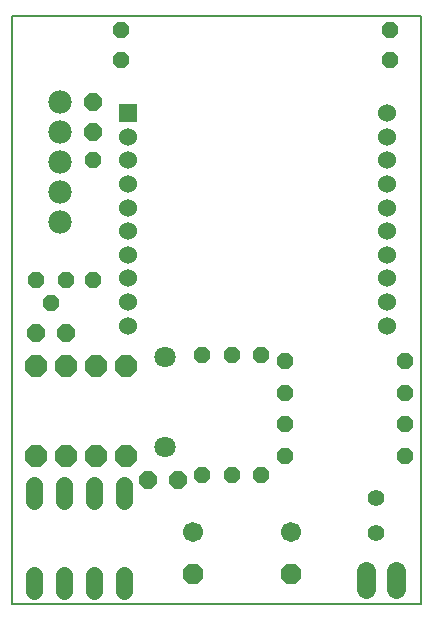
<source format=gbs>
G75*
%MOIN*%
%OFA0B0*%
%FSLAX24Y24*%
%IPPOS*%
%LPD*%
%AMOC8*
5,1,8,0,0,1.08239X$1,22.5*
%
%ADD10C,0.0080*%
%ADD11C,0.0600*%
%ADD12R,0.0600X0.0600*%
%ADD13C,0.0780*%
%ADD14OC8,0.0720*%
%ADD15OC8,0.0600*%
%ADD16OC8,0.0560*%
%ADD17C,0.0640*%
%ADD18C,0.0555*%
%ADD19C,0.0709*%
%ADD20OC8,0.0670*%
%ADD21C,0.0670*%
%ADD22C,0.0560*%
D10*
X002979Y000787D02*
X002979Y020387D01*
X016629Y020387D01*
X016629Y000787D01*
X002979Y000787D01*
D11*
X006848Y010066D03*
X006848Y010854D03*
X006848Y011641D03*
X006848Y012428D03*
X006848Y013216D03*
X006848Y014003D03*
X006848Y014791D03*
X006848Y015578D03*
X006848Y016365D03*
X015510Y016365D03*
X015510Y017153D03*
X015510Y015578D03*
X015510Y014791D03*
X015510Y014003D03*
X015510Y013216D03*
X015510Y012428D03*
X015510Y011641D03*
X015510Y010854D03*
X015510Y010066D03*
D12*
X006848Y017153D03*
D13*
X004579Y017537D03*
X004579Y016537D03*
X004579Y015537D03*
X004579Y014537D03*
X004579Y013537D03*
D14*
X004779Y008737D03*
X003779Y008737D03*
X005779Y008737D03*
X006779Y008737D03*
X006779Y005737D03*
X005779Y005737D03*
X004779Y005737D03*
X003779Y005737D03*
D15*
X003779Y009837D03*
X004779Y009837D03*
X007529Y004937D03*
X008529Y004937D03*
X005679Y016537D03*
X005679Y017537D03*
D16*
X006629Y018937D03*
X006629Y019937D03*
X005679Y015587D03*
X005679Y011587D03*
X004779Y011587D03*
X004279Y010837D03*
X003779Y011587D03*
X009329Y009087D03*
X010329Y009087D03*
X011279Y009087D03*
X012079Y008887D03*
X012079Y007837D03*
X012079Y006787D03*
X012079Y005737D03*
X011279Y005087D03*
X010329Y005087D03*
X009329Y005087D03*
X016079Y005737D03*
X016079Y006787D03*
X016079Y007837D03*
X016079Y008887D03*
X015579Y018937D03*
X015579Y019937D03*
D17*
X015779Y001887D02*
X015779Y001287D01*
X014779Y001287D02*
X014779Y001887D01*
D18*
X015129Y003147D03*
X015129Y004328D03*
D19*
X008079Y006037D03*
X008079Y009037D03*
D20*
X009029Y001787D03*
X012279Y001787D03*
D21*
X012279Y003187D03*
X009029Y003187D03*
D22*
X006729Y004227D02*
X006729Y004747D01*
X005729Y004747D02*
X005729Y004227D01*
X004729Y004227D02*
X004729Y004747D01*
X003729Y004747D02*
X003729Y004227D01*
X003729Y001747D02*
X003729Y001227D01*
X004729Y001227D02*
X004729Y001747D01*
X005729Y001747D02*
X005729Y001227D01*
X006729Y001227D02*
X006729Y001747D01*
M02*

</source>
